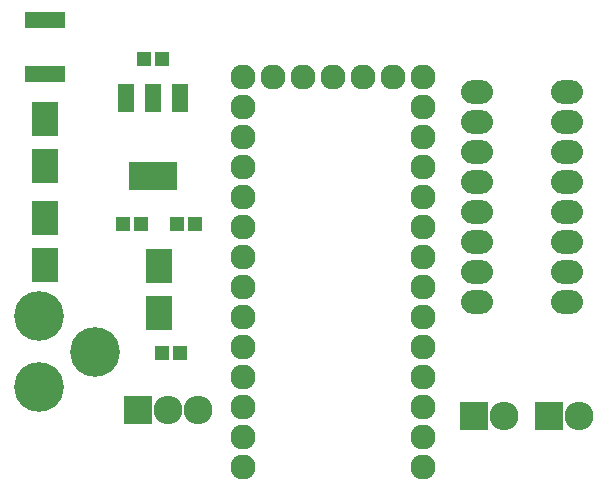
<source format=gts>
G04 #@! TF.FileFunction,Soldermask,Top*
%FSLAX46Y46*%
G04 Gerber Fmt 4.6, Leading zero omitted, Abs format (unit mm)*
G04 Created by KiCad (PCBNEW 4.0.2-stable) date 8/12/2016 8:24:09 AM*
%MOMM*%
G01*
G04 APERTURE LIST*
%ADD10C,0.100000*%
%ADD11O,2.700000X2.000000*%
%ADD12C,2.127200*%
%ADD13R,2.432000X2.432000*%
%ADD14O,2.432000X2.432000*%
%ADD15R,1.200000X1.150000*%
%ADD16C,4.210000*%
%ADD17R,2.200860X2.899360*%
%ADD18R,3.400000X1.400000*%
%ADD19R,4.057600X2.432000*%
%ADD20R,1.416000X2.432000*%
G04 APERTURE END LIST*
D10*
D11*
X247904000Y-80518000D03*
X247904000Y-77978000D03*
X247904000Y-75438000D03*
X247904000Y-72898000D03*
X247904000Y-70358000D03*
X247904000Y-67818000D03*
X247904000Y-65278000D03*
X247904000Y-62738000D03*
X240284000Y-62738000D03*
X240284000Y-65278000D03*
X240284000Y-67818000D03*
X240284000Y-70358000D03*
X240284000Y-72898000D03*
X240284000Y-75438000D03*
X240284000Y-77978000D03*
X240284000Y-80518000D03*
D12*
X235712000Y-94488000D03*
X235712000Y-91948000D03*
X235712000Y-89408000D03*
X235712000Y-86868000D03*
X235712000Y-84328000D03*
X235712000Y-81788000D03*
X235712000Y-79248000D03*
X235712000Y-76708000D03*
X235712000Y-74168000D03*
X235712000Y-71628000D03*
X235712000Y-69088000D03*
X235712000Y-66548000D03*
X235712000Y-64008000D03*
X235712000Y-61468000D03*
X233172000Y-61468000D03*
X230632000Y-61468000D03*
X228092000Y-61468000D03*
X225552000Y-61468000D03*
X223012000Y-61468000D03*
X220472000Y-61468000D03*
X220472000Y-69088000D03*
X220472000Y-89408000D03*
X220472000Y-74168000D03*
X220472000Y-71628000D03*
X220472000Y-91948000D03*
X220472000Y-84328000D03*
X220472000Y-94488000D03*
X220472000Y-81788000D03*
X220472000Y-79248000D03*
X220472000Y-76708000D03*
X220472000Y-86868000D03*
X220472000Y-64008000D03*
X220472000Y-66548000D03*
D13*
X246380000Y-90170000D03*
D14*
X248920000Y-90170000D03*
D13*
X211582000Y-89662000D03*
D14*
X214122000Y-89662000D03*
X216662000Y-89662000D03*
D13*
X240030000Y-90170000D03*
D14*
X242570000Y-90170000D03*
D15*
X210312000Y-73914000D03*
X211812000Y-73914000D03*
X213614000Y-84836000D03*
X215114000Y-84836000D03*
X212102000Y-59944000D03*
X213602000Y-59944000D03*
X216384000Y-73914000D03*
X214884000Y-73914000D03*
D16*
X203200000Y-81737200D03*
X203200000Y-87736680D03*
X207899000Y-84736940D03*
D17*
X203708000Y-73439020D03*
X203708000Y-77436980D03*
X203708000Y-65057020D03*
X203708000Y-69054980D03*
X213360000Y-77470000D03*
X213360000Y-81467960D03*
D18*
X203708000Y-61242000D03*
X203708000Y-56642000D03*
D19*
X212852000Y-69850000D03*
D20*
X212852000Y-63246000D03*
X210566000Y-63246000D03*
X215138000Y-63246000D03*
M02*

</source>
